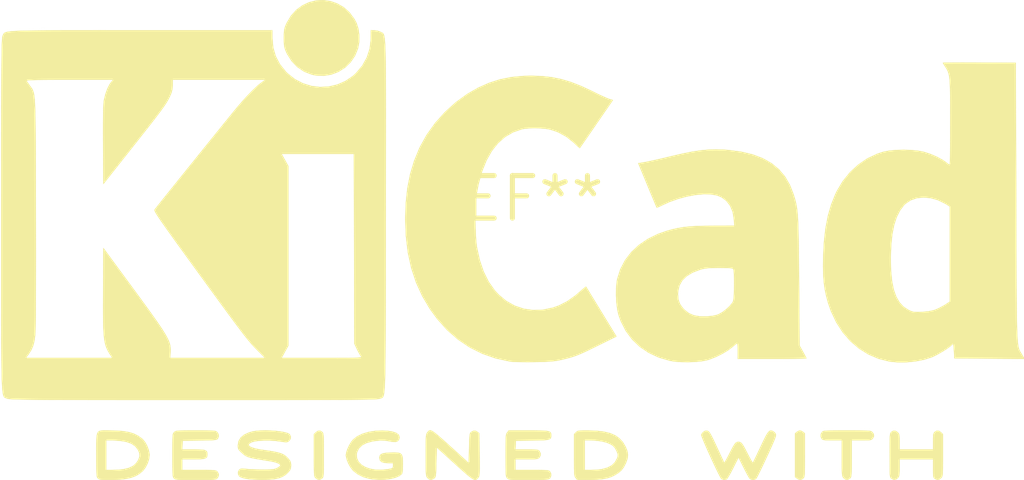
<source format=kicad_pcb>
(kicad_pcb (version 20240108) (generator pcbnew)
  (layers (0 "F.Cu" signal) (31 "B.Cu" signal) (34 "B.Paste" user) (35 "F.Paste" user) (36 "B.SilkS" user "B.Silkscreen") (37 "F.SilkS" user "F.Silkscreen") (38 "B.Mask" user) (39 "F.Mask" user) (44 "Edge.Cuts" user))
  (net 0 "")
  (footprint "KiCad-Logo2_12mm_SilkScreen" (layer "F.Cu") (at 0 0)
    (property "Reference" "REF**")
    (property "Value" "KiCad-Logo2_12mm_SilkScreen")
    (fp_poly (pts (xy 8.619647 6.930797) (xy 8.667285 6.960469) (xy 8.720824 7.003823) (xy 8.720824 7.649785) (xy 8.720653 7.838738) (xy 8.719923 7.987604) (xy 8.718305 8.101655) (xy 8.715471 8.186159) (xy 8.711092 8.246386) (xy 8.704841 8.287608) (xy 8.696389 8.315093) (xy 8.685408 8.334113) (xy 8.677621 8.343485) (xy 8.614463 8.384654) (xy 8.542543 8.382975) (xy 8.479542 8.34787) (xy 8.426002 8.304516) (xy 8.426002 7.003823) (xy 8.479542 6.960469) (xy 8.531215 6.928933) (xy 8.573413 6.917116) (xy 8.619647 6.930797)) (layer "F.SilkS") (stroke (width 0.01)) (fill solid))
    (fp_poly (pts (xy -5.66873 6.962473) (xy -5.655509 6.977687) (xy -5.645139 6.997314) (xy -5.637273 7.026611) (xy -5.631567 7.070836) (xy -5.627677 7.135247) (xy -5.625258 7.225101) (xy -5.623964 7.345657) (xy -5.623452 7.502171) (xy -5.623373 7.654169) (xy -5.623513 7.842701) (xy -5.624162 7.991133) (xy -5.625666 8.104724) (xy -5.628369 8.188732) (xy -5.632616 8.248413) (xy -5.638752 8.289025) (xy -5.647121 8.315827) (xy -5.658069 8.334076) (xy -5.66873 8.345866) (xy -5.735031 8.385403) (xy -5.805676 8.381854) (xy -5.868884 8.338734) (xy -5.883407 8.3219) (xy -5.894757 8.302367) (xy -5.903325 8.274738) (xy -5.909502 8.233612) (xy -5.913678 8.173591) (xy -5.916245 8.089274) (xy -5.917592 7.975263) (xy -5.918112 7.826157) (xy -5.918194 7.657346) (xy -5.918194 7.028447) (xy -5.862528 6.972781) (xy -5.793914 6.925948) (xy -5.727357 6.924261) (xy -5.66873 6.962473)) (layer "F.SilkS") (stroke (width 0.01)) (fill solid))
    (fp_poly (pts (xy -5.422844 -5.895156) (xy -5.217742 -5.824043) (xy -5.026785 -5.712111) (xy -4.856243 -5.559375) (xy -4.712387 -5.365849) (xy -4.647768 -5.243871) (xy -4.591842 -5.073257) (xy -4.564735 -4.876289) (xy -4.567738 -4.673795) (xy -4.601067 -4.490301) (xy -4.692162 -4.266076) (xy -4.824258 -4.071578) (xy -4.990642 -3.910633) (xy -5.184598 -3.787067) (xy -5.399414 -3.704708) (xy -5.628375 -3.667383) (xy -5.864767 -3.678918) (xy -5.981291 -3.70357) (xy -6.208385 -3.791909) (xy -6.410081 -3.92671) (xy -6.581515 -4.103817) (xy -6.71782 -4.319073) (xy -6.729352 -4.342581) (xy -6.769217 -4.430795) (xy -6.794249 -4.50509) (xy -6.807839 -4.583465) (xy -6.813382 -4.68392) (xy -6.814302 -4.793226) (xy -6.81278 -4.924552) (xy -6.805914 -5.019491) (xy -6.79025 -5.096247) (xy -6.762333 -5.173026) (xy -6.727873 -5.248777) (xy -6.599338 -5.46381) (xy -6.441052 -5.63792) (xy -6.259287 -5.771124) (xy -6.060313 -5.863434) (xy -5.8504 -5.914866) (xy -5.635821 -5.925435) (xy -5.422844 -5.895156)) (layer "F.SilkS") (stroke (width 0.01)) (fill solid))
    (fp_poly (pts (xy 10.175463 6.91731) (xy 10.333581 6.91807) (xy 10.456308 6.91966) (xy 10.548626 6.922345) (xy 10.615519 6.92639) (xy 10.661968 6.93206) (xy 10.692957 6.93962) (xy 10.713468 6.949335) (xy 10.723394 6.956803) (xy 10.774911 7.022165) (xy 10.781143 7.090028) (xy 10.749307 7.151677) (xy 10.728488 7.176312) (xy 10.706085 7.19311) (xy 10.673617 7.20357) (xy 10.622606 7.209195) (xy 10.54457 7.211483) (xy 10.43103 7.211935) (xy 10.408731 7.211937) (xy 10.115556 7.211937) (xy 10.115556 7.756223) (xy 10.115363 7.927782) (xy 10.114486 8.059789) (xy 10.112478 8.158045) (xy 10.108894 8.228356) (xy 10.103287 8.276523) (xy 10.095211 8.308351) (xy 10.084218 8.329642) (xy 10.070199 8.345866) (xy 10.004039 8.385734) (xy 9.934974 8.382592) (xy 9.87234 8.337105) (xy 9.867738 8.331468) (xy 9.852757 8.310158) (xy 9.841343 8.285225) (xy 9.833014 8.250609) (xy 9.827287 8.200253) (xy 9.823679 8.128098) (xy 9.821706 8.028086) (xy 9.820886 7.894158) (xy 9.820735 7.741825) (xy 9.820735 7.211937) (xy 9.540767 7.211937) (xy 9.420622 7.211124) (xy 9.337445 7.207956) (xy 9.282863 7.201339) (xy 9.248506 7.190179) (xy 9.226 7.173384) (xy 9.223267 7.170464) (xy 9.190406 7.10369) (xy 9.193312 7.0282) (xy 9.231092 6.962473) (xy 9.245702 6.949724) (xy 9.26454 6.939615) (xy 9.292628 6.93184) (xy 9.33499 6.926095) (xy 9.39665 6.922074) (xy 9.482632 6.919472) (xy 9.597958 6.917982) (xy 9.747652 6.917299) (xy 9.936738 6.917119) (xy 9.976972 6.917116) (xy 10.175463 6.91731)) (layer "F.SilkS") (stroke (width 0.01)) (fill solid))
    (fp_poly (pts (xy 12.718282 6.928097) (xy 12.781319 6.972781) (xy 12.836985 7.028447) (xy 12.836985 7.65008) (xy 12.836839 7.834659) (xy 12.83615 7.979383) (xy 12.834537 8.089755) (xy 12.83162 8.171276) (xy 12.827022 8.229449) (xy 12.820361 8.269777) (xy 12.811258 8.29776) (xy 12.799334 8.318903) (xy 12.789981 8.331468) (xy 12.728245 8.380835) (xy 12.657357 8.386193) (xy 12.592566 8.355919) (xy 12.571157 8.338046) (xy 12.556846 8.314305) (xy 12.548214 8.276075) (xy 12.543842 8.214733) (xy 12.54231 8.12166) (xy 12.542163 8.049758) (xy 12.542163 7.778902) (xy 11.544306 7.778902) (xy 11.544306 8.025307) (xy 11.543274 8.137982) (xy 11.539146 8.215418) (xy 11.530371 8.267708) (xy 11.515402 8.304944) (xy 11.497303 8.331468) (xy 11.435221 8.380696) (xy 11.365012 8.386525) (xy 11.297799 8.351535) (xy 11.279448 8.333193) (xy 11.266488 8.308877) (xy 11.257939 8.271001) (xy 11.252825 8.211978) (xy 11.250169 8.124222) (xy 11.248991 8.000146) (xy 11.248854 7.971669) (xy 11.247882 7.737892) (xy 11.247381 7.545228) (xy 11.247544 7.389435) (xy 11.248565 7.266271) (xy 11.250637 7.171493) (xy 11.253953 7.100859) (xy 11.258707 7.050126) (xy 11.265091 7.015052) (xy 11.2733 6.991393) (xy 11.283527 6.974909) (xy 11.294842 6.962473) (xy 11.358849 6.922694) (xy 11.425603 6.928097) (xy 11.48864 6.972781) (xy 11.514149 7.00161) (xy 11.530409 7.033455) (xy 11.539481 7.078808) (xy 11.543426 7.148166) (xy 11.544305 7.252022) (xy 11.544306 7.256264) (xy 11.544306 7.48408) (xy 12.542163 7.48408) (xy 12.542163 7.245955) (xy 12.543181 7.136251) (xy 12.547271 7.062176) (xy 12.555985 7.014027) (xy 12.570875 6.982101) (xy 12.58752 6.962473) (xy 12.651527 6.922694) (xy 12.718282 6.928097)) (layer "F.SilkS") (stroke (width 0.01)) (fill solid))
    (fp_poly (pts (xy 2.25073 6.917534) (xy 2.509841 6.926295) (xy 2.730226 6.952863) (xy 2.915519 6.998828) (xy 3.069355 7.065783) (xy 3.195366 7.155316) (xy 3.297187 7.269019) (xy 3.378451 7.408482) (xy 3.38005 7.411883) (xy 3.428549 7.536702) (xy 3.445829 7.647246) (xy 3.431825 7.758497) (xy 3.386468 7.885433) (xy 3.377866 7.904749) (xy 3.319206 8.017806) (xy 3.25328 8.105165) (xy 3.168194 8.179427) (xy 3.052054 8.253191) (xy 3.045307 8.257042) (xy 2.944204 8.305608) (xy 2.829929 8.341879) (xy 2.695141 8.367106) (xy 2.532495 8.382539) (xy 2.334649 8.389431) (xy 2.264747 8.39003) (xy 1.931884 8.391223) (xy 1.884881 8.331468) (xy 1.870938 8.311819) (xy 1.860061 8.288873) (xy 1.851871 8.257129) (xy 1.845987 8.211082) (xy 1.842031 8.145233) (xy 1.840741 8.096402) (xy 2.155377 8.096402) (xy 2.34398 8.096402) (xy 2.454345 8.093174) (xy 2.567641 8.084681) (xy 2.660625 8.072703) (xy 2.666238 8.071694) (xy 2.83139 8.027388) (xy 2.95949 7.960822) (xy 3.05459 7.868907) (xy 3.120743 7.748555) (xy 3.132247 7.716658) (xy 3.143522 7.66698) (xy 3.13864 7.6179) (xy 3.114887 7.552607) (xy 3.100569 7.520532) (xy 3.053682 7.435297) (xy 2.997191 7.375499) (xy 2.935035 7.333857) (xy 2.810532 7.279668) (xy 2.651194 7.240415) (xy 2.465573 7.217812) (xy 2.331136 7.212837) (xy 2.155377 7.211937) (xy 2.155377 8.096402) (xy 1.840741 8.096402) (xy 1.839622 8.054078) (xy 1.838381 7.932115) (xy 1.837928 7.773841) (xy 1.837877 7.65008) (xy 1.837877 7.028447) (xy 1.893543 6.972781) (xy 1.918248 6.950218) (xy 1.944961 6.934766) (xy 1.982264 6.925098) (xy 2.038743 6.919887) (xy 2.122978 6.917805) (xy 2.243555 6.917524) (xy 2.25073 6.917534)) (layer "F.SilkS") (stroke (width 0.01)) (fill solid))
    (fp_poly (pts (xy -12.092377 6.917114) (xy -12.01306 6.91792) (xy -11.780649 6.923528) (xy -11.586006 6.940185) (xy -11.422496 6.96968) (xy -11.283486 7.013797) (xy -11.162341 7.074325) (xy -11.052429 7.15305) (xy -11.013171 7.187248) (xy -10.948049 7.267265) (xy -10.889328 7.375846) (xy -10.844069 7.496203) (xy -10.819335 7.611547) (xy -10.816765 7.654169) (xy -10.83287 7.772322) (xy -10.876027 7.901382) (xy -10.938504 8.023542) (xy -11.012567 8.120992) (xy -11.024597 8.13275) (xy -11.126499 8.215394) (xy -11.238088 8.279909) (xy -11.365798 8.327983) (xy -11.516062 8.361307) (xy -11.695314 8.381572) (xy -11.909987 8.390469) (xy -12.008317 8.391223) (xy -12.13334 8.390621) (xy -12.221262 8.388104) (xy -12.280333 8.382604) (xy -12.3188 8.373055) (xy -12.344912 8.358389) (xy -12.358908 8.345866) (xy -12.372129 8.330652) (xy -12.3825 8.311025) (xy -12.390365 8.281728) (xy -12.396071 8.237503) (xy -12.399961 8.173092) (xy -12.40238 8.083237) (xy -12.403674 7.962682) (xy -12.404186 7.806167) (xy -12.404265 7.654169) (xy -12.404765 7.45144) (xy -12.404657 7.289491) (xy -12.402728 7.211937) (xy -12.109444 7.211937) (xy -12.109444 8.096402) (xy -11.922346 8.09623) (xy -11.809764 8.093001) (xy -11.691852 8.084683) (xy -11.593473 8.073048) (xy -11.59048 8.072569) (xy -11.43148 8.034127) (xy -11.308154 7.974256) (xy -11.214343 7.889058) (xy -11.154737 7.796814) (xy -11.11801 7.694489) (xy -11.120858 7.598409) (xy -11.163482 7.495419) (xy -11.246854 7.388876) (xy -11.362386 7.309927) (xy -11.512557 7.257156) (xy -11.612919 7.238481) (xy -11.726843 7.225366) (xy -11.847585 7.215873) (xy -11.950281 7.211927) (xy -11.956364 7.211908) (xy -12.109444 7.211937) (xy -12.402728 7.211937) (xy -12.401529 7.163782) (xy -12.392966 7.069771) (xy -12.376558 7.00292) (xy -12.34989 6.958686) (xy -12.310551 6.932529) (xy -12.256128 6.919909) (xy -12.184207 6.916284) (xy -12.092377 6.917114)) (layer "F.SilkS") (stroke (width 0.01)) (fill solid))
    (fp_poly (pts (xy -2.406815 6.925918) (xy -2.359473 6.95369) (xy -2.297572 6.999108) (xy -2.217903 7.064312) (xy -2.11726 7.15144) (xy -1.992432 7.262633) (xy -1.840212 7.40003) (xy -1.665962 7.557999) (xy -1.303105 7.88705) (xy -1.291765 7.445388) (xy -1.287671 7.293357) (xy -1.283722 7.18014) (xy -1.279042 7.099203) (xy -1.272759 7.044016) (xy -1.263998 7.008045) (xy -1.251886 6.984758) (xy -1.235549 6.967622) (xy -1.226887 6.960421) (xy -1.157517 6.922346) (xy -1.091507 6.927913) (xy -1.039144 6.96044) (xy -0.985605 7.003765) (xy -0.978946 7.636482) (xy -0.977103 7.822564) (xy -0.976165 7.968744) (xy -0.976457 8.080474) (xy -0.978303 8.163205) (xy -0.98203 8.222389) (xy -0.98796 8.263476) (xy -0.99642 8.291919) (xy -1.007733 8.313168) (xy -1.02028 8.330211) (xy -1.047424 8.361818) (xy -1.074433 8.382769) (xy -1.10505 8.390811) (xy -1.143023 8.383688) (xy -1.192098 8.359149) (xy -1.25602 8.314937) (xy -1.338535 8.248799) (xy -1.44339 8.158482) (xy -1.574331 8.041731) (xy -1.722658 7.907582) (xy -2.255605 7.424152) (xy -2.266944 7.86437) (xy -2.271045 8.016124) (xy -2.275005 8.129077) (xy -2.279701 8.209775) (xy -2.286013 8.264764) (xy -2.294817 8.300588) (xy -2.306992 8.323793) (xy -2.323417 8.340924) (xy -2.331823 8.347906) (xy -2.406114 8.386257) (xy -2.476312 8.380472) (xy -2.537441 8.331468) (xy -2.551425 8.311753) (xy -2.562324 8.288729) (xy -2.570521 8.256872) (xy -2.5764 8.210658) (xy -2.580344 8.144563) (xy -2.582736 8.053062) (xy -2.583959 7.930634) (xy -2.584398 7.771752) (xy -2.584444 7.654169) (xy -2.584297 7.470256) (xy -2.583599 7.326175) (xy -2.581967 7.216403) (xy -2.579019 7.135416) (xy -2.574369 7.077691) (xy -2.567637 7.037704) (xy -2.558437 7.00993) (xy -2.546386 6.988846) (xy -2.537441 6.976871) (xy -2.514766 6.948503) (xy -2.493575 6.927085) (xy -2.470658 6.914755) (xy -2.442808 6.913653) (xy -2.406815 6.925918)) (layer "F.SilkS") (stroke (width 0.01)) (fill solid))
    (fp_poly (pts (xy -3.712553 6.928229) (xy -3.574908 6.951325) (xy -3.469194 6.987228) (xy -3.40042 7.034501) (xy -3.381679 7.061471) (xy -3.362621 7.124198) (xy -3.375446 7.180945) (xy -3.415933 7.234758) (xy -3.478842 7.259933) (xy -3.570123 7.257888) (xy -3.640724 7.244249) (xy -3.797606 7.218263) (xy -3.957934 7.215793) (xy -4.137389 7.236886) (xy -4.186958 7.245823) (xy -4.353823 7.292869) (xy -4.484366 7.362852) (xy -4.577156 7.454579) (xy -4.630761 7.566857) (xy -4.641848 7.624905) (xy -4.634591 7.742676) (xy -4.587739 7.846873) (xy -4.505562 7.935465) (xy -4.392329 8.006421) (xy -4.252309 8.05771) (xy -4.089771 8.087302) (xy -3.908985 8.093166) (xy -3.714218 8.073271) (xy -3.703221 8.071395) (xy -3.625754 8.056966) (xy -3.582802 8.043029) (xy -3.564185 8.022349) (xy -3.559724 7.987693) (xy -3.559623 7.969341) (xy -3.559623 7.892294) (xy -3.697185 7.892294) (xy -3.818662 7.883973) (xy -3.901561 7.857455) (xy -3.949794 7.810412) (xy -3.967276 7.740513) (xy -3.96749 7.73139) (xy -3.957261 7.671645) (xy -3.922188 7.628984) (xy -3.85691 7.600752) (xy -3.75607 7.584294) (xy -3.658395 7.578243) (xy -3.516431 7.574771) (xy -3.413457 7.580069) (xy -3.343227 7.599616) (xy -3.299494 7.638896) (xy -3.27601 7.703389) (xy -3.266529 7.798577) (xy -3.264801 7.923598) (xy -3.267632 8.063146) (xy -3.276147 8.15807) (xy -3.290386 8.208747) (xy -3.293149 8.212716) (xy -3.37133 8.276039) (xy -3.485955 8.326185) (xy -3.62976 8.362085) (xy -3.795476 8.382667) (xy -3.975838 8.38686) (xy -4.163578 8.373592) (xy -4.273998 8.357295) (xy -4.447188 8.308274) (xy -4.608154 8.228133) (xy -4.742924 8.124121) (xy -4.763408 8.103332) (xy -4.829961 8.015936) (xy -4.890011 7.907621) (xy -4.936544 7.794063) (xy -4.962543 7.69094) (xy -4.965676 7.651334) (xy -4.952336 7.568717) (xy -4.91688 7.465926) (xy -4.866111 7.357729) (xy -4.806832 7.258892) (xy -4.754459 7.192875) (xy -4.632006 7.094675) (xy -4.473712 7.016515) (xy -4.285249 6.960162) (xy -4.07229 6.927386) (xy -3.877123 6.919377) (xy -3.712553 6.928229)) (layer "F.SilkS") (stroke (width 0.01)) (fill solid))
    (fp_poly (pts (xy 0.667763 6.917503) (xy 0.821162 6.91934) (xy 0.938715 6.923634) (xy 1.025176 6.931395) (xy 1.0853 6.943633) (xy 1.12384 6.961358) (xy 1.145552 6.985579) (xy 1.15519 7.017305) (xy 1.157508 7.057546) (xy 1.15752 7.062298) (xy 1.155508 7.107814) (xy 1.145995 7.142992) (xy 1.123771 7.169251) (xy 1.083622 7.188012) (xy 1.020336 7.200696) (xy 0.928702 7.208722) (xy 0.803507 7.213512) (xy 0.639539 7.216484) (xy 0.589283 7.217143) (xy 0.102967 7.223277) (xy 0.096165 7.353678) (xy 0.089364 7.48408) (xy 0.427159 7.48408) (xy 0.559127 7.484567) (xy 0.653357 7.486626) (xy 0.717465 7.491155) (xy 0.759064 7.499053) (xy 0.78577 7.511218) (xy 0.805198 7.528548) (xy 0.805322 7.528686) (xy 0.840557 7.596224) (xy 0.839283 7.669221) (xy 0.802304 7.731448) (xy 0.794985 7.737844) (xy 0.76901 7.754328) (xy 0.733417 7.765796) (xy 0.680273 7.773111) (xy 0.601648 7.777138) (xy 0.48961 7.77874) (xy 0.417954 7.778902) (xy 0.091627 7.778902) (xy 0.091627 8.096402) (xy 0.587041 8.096402) (xy 0.750606 8.096688) (xy 0.874817 8.097857) (xy 0.965675 8.100377) (xy 1.02918 8.104715) (xy 1.071333 8.111337) (xy 1.098136 8.12071) (xy 1.115589 8.133302) (xy 1.119987 8.137875) (xy 1.15246 8.201249) (xy 1.154836 8.273347) (xy 1.128195 8.335858) (xy 1.107117 8.355919) (xy 1.08519 8.366963) (xy 1.051215 8.375508) (xy 0.999818 8.381852) (xy 0.925625 8.386295) (xy 0.823261 8.389136) (xy 0.687353 8.390675) (xy 0.512525 8.39121) (xy 0.473 8.391223) (xy 0.295244 8.391107) (xy 0.157262 8.390465) (xy 0.053476 8.388857) (xy -0.021697 8.385844) (xy -0.073839 8.380986) (xy -0.108529 8.373844) (xy -0.13135 8.363977) (xy -0.147883 8.350946) (xy -0.156953 8.341589) (xy -0.170606 8.325017) (xy -0.181272 8.304487) (xy -0.18932 8.274616) (xy -0.195116 8.230021) (xy -0.199027 8.165317) (xy -0.201423 8.07512) (xy -0.20267 7.954047) (xy -0.203136 7.796713) (xy -0.203194 7.664291) (xy -0.203051 7.478735) (xy -0.202374 7.333065) (xy -0.200788 7.221811) (xy -0.197919 7.139501) (xy -0.193393 7.080666) (xy -0.186836 7.039834) (xy -0.177874 7.011535) (xy -0.166133 6.990298) (xy -0.156191 6.976871) (xy -0.109188 6.917116) (xy 0.473763 6.917116) (xy 0.667763 6.917503)) (layer "F.SilkS") (stroke (width 0.01)) (fill solid))
    (fp_poly (pts (xy -9.262646 6.917275) (xy -9.12321 6.918023) (xy -9.017963 6.919763) (xy -8.941324 6.9229) (xy -8.88771 6.927836) (xy -8.851537 6.934976) (xy -8.827221 6.944724) (xy -8.809181 6.957484) (xy -8.802649 6.963356) (xy -8.762922 7.02575) (xy -8.755769 7.097441) (xy -8.781903 7.161087) (xy -8.793987 7.17395) (xy -8.813532 7.186421) (xy -8.845003 7.196043) (xy -8.894236 7.203282) (xy -8.967066 7.208606) (xy -9.069329 7.212485) (xy -9.206862 7.215387) (xy -9.332603 7.217152) (xy -9.830248 7.223277) (xy -9.837049 7.353678) (xy -9.84385 7.48408) (xy -9.506055 7.48408) (xy -9.359406 7.485345) (xy -9.252044 7.490637) (xy -9.177937 7.502201) (xy -9.131049 7.522281) (xy -9.105347 7.553121) (xy -9.094796 7.596967) (xy -9.093194 7.63766) (xy -9.098173 7.687591) (xy -9.116964 7.724383) (xy -9.155347 7.749958) (xy -9.2191 7.766239) (xy -9.314004 7.775149) (xy -9.445838 7.77861) (xy -9.517794 7.778902) (xy -9.841587 7.778902) (xy -9.841587 8.096402) (xy -9.342658 8.096402) (xy -9.179113 8.096629) (xy -9.054817 8.097652) (xy -8.963666 8.099979) (xy -8.899552 8.104118) (xy -8.85637 8.11058) (xy -8.828013 8.119871) (xy -8.808375 8.132502) (xy -8.798373 8.141759) (xy -8.764062 8.195786) (xy -8.753015 8.243812) (xy -8.768789 8.302474) (xy -8.798373 8.345866) (xy -8.814156 8.359526) (xy -8.834531 8.370133) (xy -8.864978 8.378071) (xy -8.910977 8.383726) (xy -8.97801 8.387482) (xy -9.071558 8.389723) (xy -9.1971 8.390834) (xy -9.360118 8.391199) (xy -9.444712 8.391223) (xy -9.625868 8.391063) (xy -9.767148 8.390325) (xy -9.874032 8.388627) (xy -9.952002 8.385582) (xy -10.006539 8.380806) (xy -10.043122 8.373915) (xy -10.067233 8.364524) (xy -10.084353 8.352248) (xy -10.091051 8.345866) (xy -10.104308 8.330605) (xy -10.114699 8.310916) (xy -10.122571 8.281524) (xy -10.128273 8.237153) (xy -10.132152 8.172526) (xy -10.134557 8.082367) (xy -10.135836 7.961401) (xy -10.136335 7.804351) (xy -10.136408 7.658123) (xy -10.136341 7.470857) (xy -10.13587 7.323651) (xy -10.134593 7.211205) (xy -10.132109 7.128222) (xy -10.128016 7.069403) (xy -10.121911 7.02945) (xy -10.113392 7.003064) (xy -10.102058 6.984948) (xy -10.087505 6.969803) (xy -10.08392 6.966426) (xy -10.066521 6.951478) (xy -10.046305 6.939903) (xy -10.017664 6.931268) (xy -9.974989 6.925145) (xy -9.912675 6.921102) (xy -9.825112 6.918709) (xy -9.706693 6.917534) (xy -9.551811 6.917148) (xy -9.441857 6.917116) (xy -9.262646 6.917275)) (layer "F.SilkS") (stroke (width 0.01)) (fill solid))
    (fp_poly (pts (xy 7.727785 6.921068) (xy 7.767139 6.935132) (xy 7.768658 6.93582) (xy 7.8221 6.976604) (xy 7.851545 7.018555) (xy 7.857307 7.038224) (xy 7.857022 7.06436) (xy 7.848915 7.101591) (xy 7.831208 7.154551) (xy 7.802124 7.227868) (xy 7.759887 7.326174) (xy 7.70272 7.454099) (xy 7.628846 7.616275) (xy 7.588184 7.704916) (xy 7.514759 7.863158) (xy 7.445831 8.00868) (xy 7.384032 8.13616) (xy 7.331991 8.240279) (xy 7.292341 8.315716) (xy 7.267711 8.357151) (xy 7.262837 8.362875) (xy 7.200478 8.388125) (xy 7.13004 8.384743) (xy 7.073548 8.354033) (xy 7.071246 8.351535) (xy 7.048774 8.317515) (xy 7.011078 8.251251) (xy 6.962806 8.161272) (xy 6.908608 8.056109) (xy 6.88913 8.017356) (xy 6.742102 7.722863) (xy 6.581843 8.042772) (xy 6.524641 8.153306) (xy 6.471571 8.249167) (xy 6.426969 8.323016) (xy 6.39517 8.367516) (xy 6.384393 8.376952) (xy 6.300626 8.389732) (xy 6.231504 8.362875) (xy 6.211171 8.334172) (xy 6.175986 8.270381) (xy 6.128819 8.177779) (xy 6.07254 8.062643) (xy 6.010019 7.931249) (xy 5.944127 7.789875) (xy 5.877734 7.644797) (xy 5.81371 7.502293) (xy 5.754926 7.36864) (xy 5.704252 7.250114) (xy 5.664558 7.152992) (xy 5.638715 7.083552) (xy 5.629592 7.04807) (xy 5.629685 7.046785) (xy 5.651881 7.002137) (xy 5.696246 6.956663) (xy 5.698859 6.954685) (xy 5.753386 6.923863) (xy 5.803821 6.924161) (xy 5.822724 6.929972) (xy 5.845759 6.94253) (xy 5.87022 6.967234) (xy 5.899042 7.009207) (xy 5.93516 7.073575) (xy 5.981508 7.165463) (xy 6.041019 7.289994) (xy 6.094687 7.404946) (xy 6.156432 7.538195) (xy 6.21176 7.658023) (xy 6.257797 7.758171) (xy 6.29167 7.832378) (xy 6.310502 7.874384) (xy 6.313249 7.880955) (xy 6.325602 7.870213) (xy 6.353993 7.825236) (xy 6.394645 7.752588) (xy 6.443779 7.658834) (xy 6.463331 7.620152) (xy 6.529565 7.489535) (xy 6.580644 7.394411) (xy 6.62076 7.329252) (xy 6.654104 7.288525) (xy 6.684869 7.266701) (xy 6.717245 7.258249) (xy 6.738344 7.257294) (xy 6.775562 7.260592) (xy 6.808176 7.274232) (xy 6.840582 7.303834) (xy 6.877176 7.355016) (xy 6.922354 7.433398) (xy 6.980512 7.5446) (xy 7.0126 7.607858) (xy 7.064648 7.708675) (xy 7.110044 7.79228) (xy 7.14478 7.85162) (xy 7.164853 7.879639) (xy 7.167583 7.880806) (xy 7.180546 7.858754) (xy 7.209569 7.801493) (xy 7.251745 7.715016) (xy 7.304168 7.605316) (xy 7.363931 7.478386) (xy 7.393329 7.415339) (xy 7.469808 7.25263) (xy 7.531392 7.127429) (xy 7.581278 7.035651) (xy 7.622663 6.97321) (xy 7.658744 6.936023) (xy 7.692719 6.920004) (xy 7.727785 6.921068)) (layer "F.SilkS") (stroke (width 0.01)) (fill solid))
    (fp_poly (pts (xy -7.211346 6.919696) (xy -7.061048 6.930203) (xy -6.921263 6.946614) (xy -6.800117 6.96831) (xy -6.705734 6.994673) (xy -6.646241 7.025087) (xy -6.637109 7.03404) (xy -6.605355 7.103511) (xy -6.614984 7.174831) (xy -6.664237 7.23585) (xy -6.666587 7.237598) (xy -6.695557 7.256399) (xy -6.725799 7.266285) (xy -6.767981 7.267486) (xy -6.832772 7.26023) (xy -6.930841 7.244747) (xy -6.93873 7.243444) (xy -7.084857 7.225492) (xy -7.242514 7.216636) (xy -7.400636 7.21655) (xy -7.54816 7.224908) (xy -7.67402 7.241382) (xy -7.767152 7.265646) (xy -7.773271 7.268085) (xy -7.840835 7.30594) (xy -7.864573 7.34425) (xy -7.84599 7.381927) (xy -7.786591 7.417883) (xy -7.687881 7.451029) (xy -7.551365 7.480277) (xy -7.460337 7.494359) (xy -7.271118 7.521446) (xy -7.120625 7.546207) (xy -7.002446 7.570786) (xy -6.910171 7.597328) (xy -6.83739 7.627976) (xy -6.77769 7.664875) (xy -6.724662 7.710168) (xy -6.682049 7.754646) (xy -6.631494 7.816618) (xy -6.606615 7.869907) (xy -6.598834 7.935562) (xy -6.598551 7.959606) (xy -6.604395 8.039394) (xy -6.627751 8.098753) (xy -6.668173 8.151439) (xy -6.750324 8.231977) (xy -6.841932 8.293397) (xy -6.949804 8.337702) (xy -7.080745 8.366895) (xy -7.241564 8.382979) (xy -7.439066 8.387956) (xy -7.471676 8.387872) (xy -7.603381 8.385142) (xy -7.733995 8.378939) (xy -7.849281 8.370153) (xy -7.935 8.359673) (xy -7.941933 8.35847) (xy -8.027159 8.338281) (xy -8.099447 8.312778) (xy -8.14037 8.289462) (xy -8.178454 8.227952) (xy -8.181105 8.156325) (xy -8.148275 8.092494) (xy -8.14093 8.085276) (xy -8.110568 8.06383) (xy -8.072598 8.05459) (xy -8.013832 8.056163) (xy -7.942492 8.064336) (xy -7.862777 8.071637) (xy -7.751029 8.077797) (xy -7.620572 8.082267) (xy -7.484726 8.084499) (xy -7.448998 8.084646) (xy -7.312646 8.084096) (xy -7.212856 8.081449) (xy -7.140848 8.075786) (xy -7.08784 8.066189) (xy -7.045053 8.05174) (xy -7.01934 8.039705) (xy -6.962837 8.006288) (xy -6.926813 7.976024) (xy -6.921548 7.967445) (xy -6.932655 7.932019) (xy -6.985457 7.897724) (xy -7.076296 7.866117) (xy -7.201512 7.838754) (xy -7.238404 7.832659) (xy -7.431098 7.802393) (xy -7.584884 7.777096) (xy -7.705697 7.754929) (xy -7.799475 7.734053) (xy -7.872151 7.71263) (xy -7.929663 7.688822) (xy -7.977945 7.660791) (xy -8.022933 7.626698) (xy -8.070563 7.584705) (xy -8.086591 7.569982) (xy -8.142786 7.515037) (xy -8.172532 7.471504) (xy -8.184169 7.421688) (xy -8.186051 7.358912) (xy -8.165331 7.235808) (xy -8.103409 7.131214) (xy -8.000639 7.045468) (xy -7.857378 6.978907) (xy -7.755158 6.949052) (xy -7.644063 6.92977) (xy -7.510979 6.918862) (xy -7.364032 6.91571) (xy -7.211346 6.919696)) (layer "F.SilkS") (stroke (width 0.01)) (fill solid))
    (fp_poly (pts (xy 0.875193 -3.659223) (xy 1.169706 -3.626981) (xy 1.455039 -3.569271) (xy 1.7428 -3.483083) (xy 2.044596 -3.365407) (xy 2.372034 -3.213233) (xy 2.431001 -3.183757) (xy 2.566324 -3.11709) (xy 2.693951 -3.057061) (xy 2.801287 -3.009401) (xy 2.875736 -2.979845) (xy 2.887173 -2.976124) (xy 2.996774 -2.943286) (xy 2.506155 -2.229547) (xy 2.386206 -2.055105) (xy 2.276539 -1.89573) (xy 2.180883 -1.756832) (xy 2.102969 -1.643822) (xy 2.046525 -1.56211) (xy 2.015281 -1.517109) (xy 2.010205 -1.509982) (xy 1.989588 -1.524883) (xy 1.938839 -1.56968) (xy 1.867034 -1.636235) (xy 1.827406 -1.673853) (xy 1.602882 -1.852432) (xy 1.350726 -1.988132) (xy 1.13344 -2.062463) (xy 1.003007 -2.085807) (xy 0.839693 -2.100033) (xy 0.662707 -2.104876) (xy 0.491256 -2.100074) (xy 0.344548 -2.085362) (xy 0.286007 -2.074095) (xy 0.022147 -1.983315) (xy -0.215622 -1.844704) (xy -0.427124 -1.658515) (xy -0.612184 -1.425001) (xy -0.770625 -1.144416) (xy -0.902271 -0.817013) (xy -1.006946 -0.443045) (xy -1.069155 -0.122903) (xy -1.085386 0.018426) (xy -1.096444 0.201004) (xy -1.102437 0.411709) (xy -1.103473 0.637422) (xy -1.099657 0.865022) (xy -1.091097 1.081389) (xy -1.077899 1.273402) (xy -1.06017 1.427943) (xy -1.056333 1.451786) (xy -0.971749 1.83586) (xy -0.856505 2.175783) (xy -0.709897 2.473078) (xy -0.531226 2.729268) (xy -0.4044 2.867775) (xy -0.176475 3.055828) (xy 0.073488 3.19522) (xy 0.34127 3.285195) (xy 0.622656 3.324994) (xy 0.913429 3.313857) (xy 1.209373 3.251026) (xy 1.38434 3.189547) (xy 1.626466 3.066436) (xy 1.87602 2.889837) (xy 2.015809 2.770412) (xy 2.094301 2.701291) (xy 2.15597 2.650579) (xy 2.191072 2.626144) (xy 2.19543 2.625398) (xy 2.211097 2.650367) (xy 2.251692 2.716348) (xy 2.313757 2.817685) (xy 2.393833 2.948721) (xy 2.488462 3.1038) (xy 2.594186 3.277265) (xy 2.653033 3.373896) (xy 3.102526 4.112201) (xy 2.541317 4.389549) (xy 2.338404 4.489172) (xy 2.174027 4.567729) (xy 2.038139 4.629122) (xy 1.920691 4.677253) (xy 1.811636 4.716023) (xy 1.700926 4.749333) (xy 1.578513 4.781086) (xy 1.461182 4.808969) (xy 1.356895 4.830546) (xy 1.247832 4.846851) (xy 1.123073 4.858791) (xy 0.971703 4.86727) (xy 0.782801 4.873192) (xy 0.655483 4.875749) (xy 0.473823 4.877494) (xy 0.299633 4.876614) (xy 0.144443 4.87336) (xy 0.019777 4.867984) (xy -0.062834 4.860735) (xy -0.06773 4.860012) (xy -0.496709 4.767205) (xy -0.899551 4.626449) (xy -1.276112 4.437839) (xy -1.626252 4.201466) (xy -1.949828 3.917424) (xy -2.2467 3.585805) (xy -2.461701 3.291075) (xy -2.690589 2.905298) (xy -2.875611 2.497895) (xy -3.017662 2.0656) (xy -3.117636 1.605146) (xy -3.176428 1.113267) (xy -3.194951 0.613799) (xy -3.179717 0.130634) (xy -3.131844 -0.315158) (xy -3.049811 -0.731095) (xy -2.932097 -1.124696) (xy -2.777181 -1.503482) (xy -2.758683 -1.542725) (xy -2.554894 -1.90956) (xy -2.304598 -2.25864) (xy -2.014885 -2.58274) (xy -1.692846 -2.874634) (xy -1.345574 -3.127096) (xy -1.021987 -3.312286) (xy -0.695096 -3.45733) (xy -0.367511 -3.562397) (xy -0.026552 -3.630347) (xy 0.340465 -3.66404) (xy 0.559892 -3.669008) (xy 0.875193 -3.659223)) (layer "F.SilkS") (stroke (width 0.01)) (fill solid))
    (fp_poly (pts (xy 13.610967 -4.064382) (xy 13.843254 -4.063429) (xy 13.922204 -4.062948) (xy 15.007849 -4.055807) (xy 15.021505 0.109247) (xy 15.023308 0.674041) (xy 15.024908 1.186864) (xy 15.026406 1.650371) (xy 15.027906 2.067214) (xy 15.029509 2.440045) (xy 15.03132 2.771519) (xy 15.03344 3.064286) (xy 15.035972 3.321002) (xy 15.03902 3.544318) (xy 15.042685 3.736887) (xy 15.047071 3.901363) (xy 15.05228 4.040398) (xy 15.058416 4.156644) (xy 15.06558 4.252756) (xy 15.073875 4.331386) (xy 15.083405 4.395187) (xy 15.094272 4.446811) (xy 15.106579 4.488912) (xy 15.120428 4.524143) (xy 15.135923 4.555156) (xy 15.153165 4.584604) (xy 15.172258 4.615141) (xy 15.193305 4.649418) (xy 15.197619 4.65672) (xy 15.269996 4.780221) (xy 14.223976 4.773068) (xy 13.177956 4.765914) (xy 13.164301 4.536142) (xy 13.156865 4.425873) (xy 13.149117 4.362122) (xy 13.138603 4.336827) (xy 13.122872 4.341922) (xy 13.109677 4.356498) (xy 13.052197 4.409591) (xy 12.958513 4.477837) (xy 12.841825 4.55308) (xy 12.715331 4.627167) (xy 12.592231 4.691943) (xy 12.497713 4.734561) (xy 12.276274 4.804595) (xy 12.022207 4.854204) (xy 11.754266 4.881494) (xy 11.491211 4.884569) (xy 11.251795 4.861532) (xy 11.247853 4.860873) (xy 10.920253 4.778669) (xy 10.613587 4.6477) (xy 10.330814 4.47078) (xy 10.074892 4.250726) (xy 9.848778 3.990351) (xy 9.65543 3.692472) (xy 9.497806 3.359904) (xy 9.411984 3.113548) (xy 9.355389 2.907445) (xy 9.313418 2.707867) (xy 9.284789 2.50269) (xy 9.268218 2.279791) (xy 9.262423 2.027045) (xy 9.264989 1.820662) (xy 11.280325 1.820662) (xy 11.289862 2.166732) (xy 11.319946 2.464467) (xy 11.371503 2.71651) (xy 11.445458 2.925502) (xy 11.542738 3.094086) (xy 11.664266 3.224906) (xy 11.804546 3.317385) (xy 11.87754 3.351909) (xy 11.940847 3.372607) (xy 12.011427 3.382077) (xy 12.106242 3.382915) (xy 12.208387 3.379228) (xy 12.409261 3.36151) (xy 12.568134 3.326813) (xy 12.618064 3.309433) (xy 12.732075 3.258102) (xy 12.852323 3.193643) (xy 12.904838 3.161376) (xy 13.041397 3.071805) (xy 13.041397 0.232706) (xy 12.891182 0.142665) (xy 12.681692 0.040923) (xy 12.467658 -0.019249) (xy 12.256909 -0.038204) (xy 12.057273 -0.016299) (xy 11.876577 0.046113) (xy 11.722649 0.148676) (xy 11.672981 0.197906) (xy 11.553262 0.359211) (xy 11.456364 0.554471) (xy 11.381477 0.787031) (xy 11.327793 1.060239) (xy 11.2945 1.377441) (xy 11.280789 1.741984) (xy 11.280325 1.820662) (xy 9.264989 1.820662) (xy 9.266058 1.734756) (xy 9.289082 1.285158) (xy 9.335378 0.879628) (xy 9.406164 0.512257) (xy 9.502661 0.177137) (xy 9.626087 -0.131637) (xy 9.670131 -0.223178) (xy 9.84754 -0.521704) (xy 10.06193 -0.786993) (xy 10.308259 -1.014763) (xy 10.581487 -1.200732) (xy 10.876574 -1.340618) (xy 11.053459 -1.398322) (xy 11.227178 -1.432578) (xy 11.436205 -1.452959) (xy 11.663014 -1.459475) (xy 11.890084 -1.452134) (xy 12.099892 -1.430945) (xy 12.268352 -1.397705) (xy 12.468857 -1.332518) (xy 12.663195 -1.248693) (xy 12.833224 -1.15472) (xy 12.923721 -1.090942) (xy 12.986144 -1.043516) (xy 13.029853 -1.014639) (xy 13.039796 -1.010538) (xy 13.042879 -1.036959) (xy 13.045753 -1.112661) (xy 13.048355 -1.232302) (xy 13.050621 -1.390538) (xy 13.052488 -1.582027) (xy 13.053891 -1.801426) (xy 13.054767 -2.043393) (xy 13.055053 -2.289853) (xy 13.054894 -2.605524) (xy 13.054108 -2.871663) (xy 13.052238 -3.093359) (xy 13.048825 -3.275704) (xy 13.043409 -3.423788) (xy 13.035531 -3.542701) (xy 13.024733 -3.637535) (xy 13.010555 -3.71338) (xy 12.992539 -3.775326) (xy 12.970225 -3.828464) (xy 12.943154 -3.877885) (xy 12.910867 -3.928679) (xy 12.906713 -3.934969) (xy 12.865071 -4.000755) (xy 12.839929 -4.045992) (xy 12.836559 -4.055534) (xy 12.862903 -4.058545) (xy 12.938069 -4.060994) (xy 13.056257 -4.062842) (xy 13.211669 -4.064049) (xy 13.398506 -4.064576) (xy 13.610967 -4.064382)) (layer "F.SilkS") (stroke (width 0.01)) (fill solid))
    (fp_poly (pts (xy 6.300951 -1.463632) (xy 6.436272 -1.453389) (xy 6.823442 -1.401878) (xy 7.166321 -1.319717) (xy 7.46658 -1.205778) (xy 7.725888 -1.058928) (xy 7.945916 -0.878038) (xy 8.128334 -0.661978) (xy 8.274811 -0.409616) (xy 8.381771 -0.136559) (xy 8.408921 -0.049459) (xy 8.432564 0.032107) (xy 8.452977 0.112529) (xy 8.470439 0.196199) (xy 8.48523 0.287508) (xy 8.497627 0.390847) (xy 8.507911 0.510609) (xy 8.516358 0.651183) (xy 8.523248 0.816962) (xy 8.528861 1.012336) (xy 8.533473 1.241698) (xy 8.537365 1.509437) (xy 8.540815 1.819947) (xy 8.544102 2.177618) (xy 8.546451 2.458064) (xy 8.562258 4.383548) (xy 8.664677 4.568843) (xy 8.713175 4.658111) (xy 8.749266 4.727448) (xy 8.766483 4.764354) (xy 8.767096 4.766854) (xy 8.74078 4.769715) (xy 8.665811 4.772351) (xy 8.548161 4.774689) (xy 8.3938 4.776653) (xy 8.2087 4.77817) (xy 7.998832 4.779165) (xy 7.770167 4.779565) (xy 7.742903 4.77957) (xy 6.718709 4.77957) (xy 6.718709 4.547419) (xy 6.716963 4.442507) (xy 6.712302 4.362271) (xy 6.705596 4.319251) (xy 6.702632 4.315269) (xy 6.675523 4.33195) (xy 6.619731 4.375731) (xy 6.547215 4.437216) (xy 6.545589 4.438638) (xy 6.413257 4.53716) (xy 6.246133 4.636089) (xy 6.0631 4.725706) (xy 5.883043 4.796293) (xy 5.803763 4.820414) (xy 5.645991 4.851051) (xy 5.452397 4.870602) (xy 5.240704 4.878787) (xy 5.028632 4.875327) (xy 4.833904 4.859945) (xy 4.697634 4.837811) (xy 4.363454 4.739676) (xy 4.062603 4.599819) (xy 3.797039 4.419974) (xy 3.568721 4.201876) (xy 3.379606 3.947261) (xy 3.231653 3.657864) (xy 3.167825 3.482258) (xy 3.127823 3.311576) (xy 3.101313 3.106678) (xy 3.089047 2.886464) (xy 3.08945 2.85442) (xy 4.936612 2.85442) (xy 4.95193 3.018053) (xy 5.002935 3.154042) (xy 5.097204 3.280208) (xy 5.133411 3.317203) (xy 5.26212 3.417221) (xy 5.410885 3.481294) (xy 5.589113 3.512309) (xy 5.776798 3.514593) (xy 5.954814 3.499514) (xy 6.091112 3.470021) (xy 6.150306 3.447869) (xy 6.256995 3.387496) (xy 6.370037 3.302589) (xy 6.473175 3.207295) (xy 6.550151 3.11576) (xy 6.570591 3.082181) (xy 6.586481 3.035157) (xy 6.597778 2.960333) (xy 6.605009 2.85056) (xy 6.6087 2.698692) (xy 6.609462 2.554155) (xy 6.608946 2.385644) (xy 6.60686 2.263799) (xy 6.602402 2.180666) (xy 6.594765 2.128292) (xy 6.583146 2.098726) (xy 6.56674 2.084013) (xy 6.561666 2.08167) (xy 6.51757 2.074453) (xy 6.4306 2.06855) (xy 6.3125 2.064493) (xy 6.175014 2.062815) (xy 6.145161 2.062813) (xy 5.961386 2.065746) (xy 5.819407 2.074469) (xy 5.706591 2.090177) (xy 5.613402 2.113118) (xy 5.382246 2.200535) (xy 5.200973 2.30801) (xy 5.068014 2.437262) (xy 4.981801 2.59001) (xy 4.940762 2.767972) (xy 4.936612 2.85442) (xy 3.08945 2.85442) (xy 3.091776 2.669834) (xy 3.110252 2.475689) (xy 3.124664 2.397252) (xy 3.21669 2.106017) (xy 3.356623 1.838054) (xy 3.541823 1.595932) (xy 3.769648 1.382221) (xy 4.037457 1.199492) (xy 4.342607 1.050314) (xy 4.602043 0.959727) (xy 4.775434 0.912136) (xy 4.941282 0.875155) (xy 5.110329 0.847585) (xy 5.293317 0.828224) (xy 5.500989 0.815871) (xy 5.744087 0.809326) (xy 5.963872 0.807483) (xy 6.615594 0.805699) (xy 6.603109 0.609798) (xy 6.567657 0.397243) (xy 6.492241 0.214543) (xy 6.380073 0.066262) (xy 6.234364 -0.04304) (xy 6.106064 -0.096376) (xy 5.922235 -0.12999) (xy 5.703394 -0.134817) (xy 5.4598 -0.112637) (xy 5.20171 -0.065228) (xy 4.939385 0.005629) (xy 4.683082 0.098155) (xy 4.496824 0.182778) (xy 4.407211 0.226231) (xy 4.338858 0.25658) (xy 4.304097 0.268423) (xy 4.302211 0.268043) (xy 4.290215 0.241518) (xy 4.260262 0.17121) (xy 4.21517 0.063855) (xy 4.157757 -0.07381) (xy 4.090842 -0.235051) (xy 4.022824 -0.399605) (xy 3.750897 -1.058672) (xy 3.944319 -1.090441) (xy 4.028154 -1.106381) (xy 4.154183 -1.133153) (xy 4.311608 -1.168327) (xy 4.489633 -1.209472) (xy 4.677463 -1.254158) (xy 4.752258 -1.272317) (xy 5.075838 -1.347369) (xy 5.359132 -1.403638) (xy 5.612715 -1.442262) (xy 5.847162 -1.464377) (xy 6.073049 -1.471122) (xy 6.300951 -1.463632)) (layer "F.SilkS") (stroke (width 0.01)) (fill solid))
    (fp_poly (pts (xy -11.847446 -5.025459) (xy -11.321244 -5.025387) (xy -11.076303 -5.025377) (xy -7.155699 -5.025377) (xy -7.155699 -4.794266) (xy -7.131032 -4.513024) (xy -7.056584 -4.253641) (xy -6.931686 -4.014576) (xy -6.75567 -3.794286) (xy -6.696118 -3.73479) (xy -6.481895 -3.566029) (xy -6.24569 -3.442948) (xy -5.994517 -3.36549) (xy -5.735393 -3.333601) (xy -5.475333 -3.347224) (xy -5.221353 -3.406303) (xy -4.980469 -3.510783) (xy -4.759696 -3.660607) (xy -4.660543 -3.750999) (xy -4.475773 -3.972624) (xy -4.340284 -4.216339) (xy -4.255256 -4.479357) (xy -4.221872 -4.758894) (xy -4.221428 -4.786394) (xy -4.219678 -5.025368) (xy -4.114645 -5.025372) (xy -4.02147 -5.012727) (xy -3.936356 -4.98196) (xy -3.930731 -4.978781) (xy -3.911508 -4.968806) (xy -3.893855 -4.961038) (xy -3.877708 -4.953213) (xy -3.863005 -4.94307) (xy -3.849681 -4.928345) (xy -3.837672 -4.906775) (xy -3.826915 -4.876099) (xy -3.817346 -4.834053) (xy -3.808901 -4.778374) (xy -3.801516 -4.706801) (xy -3.795127 -4.61707) (xy -3.789671 -4.506918) (xy -3.785084 -4.374084) (xy -3.781302 -4.216304) (xy -3.77826 -4.031316) (xy -3.775897 -3.816856) (xy -3.774147 -3.570663) (xy -3.772947 -3.290473) (xy -3.772232 -2.974025) (xy -3.77194 -2.619054) (xy -3.772007 -2.2233) (xy -3.772368 -1.784498) (xy -3.77296 -1.300386) (xy -3.773719 -0.768702) (xy -3.774581 -0.187183) (xy -3.775482 0.446433) (xy -3.775587 0.523629) (xy -3.776395 1.161287) (xy -3.777081 1.746582) (xy -3.777717 2.281778) (xy -3.778376 2.769136) (xy -3.779131 3.210917) (xy -3.780053 3.609382) (xy -3.781216 3.966795) (xy -3.782693 4.285415) (xy -3.784555 4.567506) (xy -3.786876 4.815328) (xy -3.789729 5.031143) (xy -3.793185 5.217213) (xy -3.797318 5.3758) (xy -3.8022 5.509164) (xy -3.807904 5.619569) (xy -3.814502 5.709275) (xy -3.822068 5.780544) (xy -3.830673 5.835638) (xy -3.84039 5.876818) (xy -3.851293 5.906346) (xy -3.863453 5.926484) (xy -3.876943 5.939493) (xy -3.891837 5.947636) (xy -3.908206 5.953173) (xy -3.926123 5.958366) (xy -3.945661 5.965477) (xy -3.950434 5.967642) (xy -3.965434 5.972506) (xy -3.990541 5.976976) (xy -4.027946 5.981066) (xy -4.079842 5.984793) (xy -4.14842 5.988173) (xy -4.235873 5.991221) (xy -4.344394 5.993954) (xy -4.476174 5.996387) (xy -4.633406 5.998537) (xy -4.818281 6.000419) (xy -5.032993 6.002049) (xy -5.279734 6.003443) (xy -5.560694 6.004617) (xy -5.878068 6.005587) (xy -6.234047 6.006369) (xy -6.630822 6.006979) (xy -7.070588 6.007432) (xy -7.555535 6.007745) (xy -8.087856 6.007934) (xy -8.669743 6.008013) (xy -9.303389 6.008) (xy -9.508644 6.00798) (xy -10.156347 6.007876) (xy -10.751644 6.007706) (xy -11.296755 6.007453) (xy -11.793897 6.007098) (xy -12.24529 6.006626) (xy -12.653151 6.006018) (xy -13.0197 6.005258) (xy -13.347154 6.004327) (xy -13.637732 6.003209) (xy -13.893652 6.001886) (xy -14.117133 6.000341) (xy -14.310394 5.998557) (xy -14.475652 5.996516) (xy -14.615127 5.994201) (xy -14.731037 5.991594) (xy -14.8256 5.988678) (xy -14.901034 5.985436) (xy -14.959558 5.981851) (xy -15.003391 5.977905) (xy -15.034752 5.973581) (xy -15.055857 5.968862) (xy -15.067363 5.96454) (xy -15.087812 5.955916) (xy -15.106587 5.949557) (xy -15.12376 5.943203) (xy -15.139402 5.934597) (xy -15.153584 5.92148) (xy -15.166377 5.901594) (xy -15.177852 5.872679) (xy -15.18808 5.832479) (xy -15.197133 5.778733) (xy -15.20508 5.709185) (xy -15.211994 5.621574) (xy -15.217945 5.513644) (xy -15.223005 5.383135) (xy -15.227245 5.227789) (xy -15.230735 5.045348) (xy -15.233547 4.833553) (xy -15.234283 4.752258) (xy -14.505361 4.752258) (xy -11.928987 4.752258) (xy -11.978561 4.67715) (xy -12.027878 4.599968) (xy -12.06964 4.526469) (xy -12.104441 4.451512) (xy -12.132877 4.369953) (xy -12.15554 4.276648) (xy -12.173025 4.166453) (xy -12.185926 4.034225) (xy -12.194837 3.87482) (xy -12.200352 3.683095) (xy -12.203064 3.453907) (xy -12.203569 3.182112) (xy -12.202459 2.862566) (xy -12.20183 2.743932) (xy -12.194732 1.472123) (xy -11.389033 2.56901) (xy -11.160779 2.880183) (xy -10.963025 3.151143) (xy -10.793635 3.385478) (xy -10.650473 3.58678) (xy -10.531405 3.758637) (xy -10.434295 3.90464) (xy -10.357007 4.028378) (xy -10.297407 4.133441) (xy -10.253359 4.22342) (xy -10.222728 4.301903) (xy -10.203378 4.37248) (xy -10.193175 4.438742) (xy -10.189983 4.504277) (xy -10.191667 4.572677) (xy -10.192097 4.581274) (xy -10.200968 4.752372) (xy -8.789236 4.752315) (xy -7.377505 4.752258) (xy -7.587516 4.5405) (xy -7.644504 4.482582) (xy -7.698566 4.426225) (xy -7.752076 4.368322) (xy -7.807404 4.305764) (xy -7.866925 4.235443) (xy -7.933011 4.154251) (xy -8.008034 4.059081) (xy -8.094367 3.946823) (xy -8.194383 3.81437) (xy -8.310454 3.658614) (xy -8.444952 3.476446) (xy -8.600251 3.26476) (xy -8.778722 3.020446) (xy -8.98274 2.740397) (xy -9.214675 2.421504) (xy -9.404782 2.15992) (xy -9.643372 1.831292) (xy -9.851508 1.543957) (xy -10.031075 1.295187) (xy -10.183957 1.082254) (xy -10.312041 0.90243) (xy -10.417212 0.752986) (xy -10.501355 0.631196) (xy -10.566357 0.534331) (xy -10.614103 0.459662) (xy -10.646477 0.404463) (xy -10.665366 0.366004) (xy -10.672655 0.341559) (xy -10.670464 0.328706) (xy -10.643913 0.294504) (xy -10.586508 0.222108) (xy -10.501713 0.11582) (xy -10.392992 -0.020055) (xy -10.263808 -0.181216) (xy -10.117626 -0.363357) (xy -9.957909 -0.562178) (xy -9.788121 -0.773373) (xy -9.611726 -0.992641) (xy -9.432187 -1.215677) (xy -9.333435 -1.33828) (xy -6.881548 -1.33828) (xy -6.677742 -0.96957) (xy -6.677742 4.383548) (xy -6.881548 4.752258) (xy -5.676111 4.752258) (xy -5.388341 4.752174) (xy -5.150647 4.751797) (xy -4.958482 4.750935) (xy -4.807298 4.7494) (xy -4.692548 4.747) (xy -4.609685 4.743546) (xy -4.554162 4.738849) (xy -4.52143 4.732717) (xy -4.506943 4.724961) (xy -4.506153 4.715391) (xy -4.514513 4.703817) (xy -4.514599 4.703721) (xy -4.549036 4.653907) (xy -4.594637 4.57291) (xy -4.634908 4.492055) (xy -4.711291 4.328925) (xy -4.719081 1.495322) (xy -4.726871 -1.33828) (xy -6.881548 -1.33828) (xy -9.333435 -1.33828) (xy -9.252969 -1.438179) (xy -9.077536 -1.655843) (xy -8.90935 -1.864367) (xy -8.751877 -2.059446) (xy -8.608579 -2.236779) (xy -8.482921 -2.392061) (xy -8.378366 -2.52099) (xy -8.298379 -2.619262) (xy -8.251398 -2.676559) (xy -8.068963 -2.89082) (xy -7.893452 -3.08417) (xy -7.731016 -3.25028) (xy -7.587805 -3.38282) (xy -7.486171 -3.464079) (xy -7.365998 -3.550538) (xy -10.12984 -3.550538) (xy -10.129064 -3.388354) (xy -10.136788 -3.269117) (xy -10.165828 -3.158574) (xy -10.210782 -3.053784) (xy -10.240004 -2.994584) (xy -10.271423 -2.935926) (xy -10.307909 -2.873914) (xy -10.352331 -2.804655) (xy -10.407561 -2.724254) (xy -10.476469 -2.628819) (xy -10.561923 -2.514453) (xy -10.666796 -2.377265) (xy -10.793955 -2.213358) (xy -10.946273 -2.01884) (xy -11.126618 -1.789815) (xy -11.337862 -1.522391) (xy -11.361721 -1.492217) (xy -12.194732 -0.438805) (xy -12.202796 -1.605478) (xy -12.20442 -1.954931) (xy -12.204074 -2.25077) (xy -12.201742 -2.49397) (xy -12.197407 -2.685507) (xy -12.191051 -2.826356) (xy -12.182659 -2.917492) (xy -12.179838 -2.93478) (xy -12.135584 -3.116883) (xy -12.077602 -3.28105) (xy -12.011437 -3.413046) (xy -11.971687 -3.469028) (xy -11.903102 -3.550538) (xy -13.204453 -3.550538) (xy -13.514885 -3.550272) (xy -13.774477 -3.549409) (xy -13.987014 -3.547846) (xy -14.156276 -3.545483) (xy -14.286048 -3.54222) (xy -14.380111 -3.537955) (xy -14.442248 -3.532587) (xy -14.476241 -3.526017) (xy -14.485874 -3.518142) (xy -14.485208 -3.516398) (xy -14.45762 -3.474757) (xy -14.411564 -3.408752) (xy -14.387735 -3.375369) (xy -14.363099 -3.342056) (xy -14.340955 -3.312266) (xy -14.321164 -3.283067) (xy -14.303586 -3.251526) (xy -14.288081 -3.214714) (xy -14.274511 -3.169697) (xy -14.262736 -3.113545) (xy -14.252616 -3.043325) (xy -14.244013 -2.956106) (xy -14.236786 -2.848957) (xy -14.230796 -2.718945) (xy -14.225904 -2.563139) (xy -14.221971 -2.378607) (xy -14.218857 -2.162419) (xy -14.216422 -1.911641) (xy -14.214527 -1.623342) (xy -14.213033 -1.294591) (xy -14.211801 -0.922457) (xy -14.21069 -0.504006) (xy -14.209562 -0.036309) (xy -14.208508 0.393354) (xy -14.207512 0.872353) (xy -14.206994 1.329362) (xy -14.206941 1.761464) (xy -14.207338 2.165738) (xy -14.208172 2.539265) (xy -14.209429 2.879127) (xy -14.211094 3.182404) (xy -14.213156 3.446177) (xy -14.215599 3.667527) (xy -14.21841 3.843535) (xy -14.221576 3.971283) (xy -14.225082 4.047849) (xy -14.225745 4.055941) (xy -14.249905 4.241568) (xy -14.287624 4.390647) (xy -14.345064 4.52075) (xy -14.428389 4.649452) (xy -14.438811 4.663494) (xy -14.505361 4.752258) (xy -15.234283 4.752258) (xy -15.235752 4.590145) (xy -15.237421 4.312867) (xy -15.238625 3.999459) (xy -15.239435 3.647664) (xy -15.239922 3.255223) (xy -15.240156 2.819877) (xy -15.240211 2.339368) (xy -15.240156 1.811438) (xy -15.240062 1.233828) (xy -15.240002 0.604279) (xy -15.24 0.479301) (xy -15.239965 -0.156878) (xy -15.239847 -0.740675) (xy -15.239628 -1.274332) (xy -15.239292 -1.760091) (xy -15.238822 -2.200195) (xy -15.238198 -2.596884) (xy -15.237406 -2.952401) (xy -15.236426 -3.268988) (xy -15.235242 -3.548887) (xy -15.233836 -3.794339) (xy -15.23219 -4.007587) (xy -15.230288 -4.190872) (xy -15.228113 -4.346436) (xy -15.225645 -4.476522) (xy -15.222869 -4.583371) (xy -15.219767 -4.669225) (xy -15.216321 -4.736326) (xy -15.212515 -4.786916) (xy -15.20833 -4.823236) (xy -15.203749 -4.84753) (xy -15.198755 -4.862038) (xy -15.19857 -4.8624) (xy -15.188285 -4.884563) (xy -15.179718 -4.904628) (xy -15.170241 -4.922699) (xy -15.157226 -4.938879) (xy -15.138043 -4.953274) (xy -15.110065 -4.965986) (xy -15.070663 -4.97712) (xy -15.017208 -4.986779) (xy -14.947071 -4.995068) (xy -14.857624 -5.00209) (xy -14.746238 -5.00795) (xy -14.610284 -5.01275) (xy -14.447135 -5.016596) (xy -14.254161 -5.019591) (xy -14.028733 -5.021839) (xy -13.768224 -5.023444) (xy -13.470004 -5.024509) (xy -13.131445 -5.02514) (xy -12.749918 -5.025439) (xy -12.322794 -5.02551) (xy -11.847446 -5.025459)) (layer "F.SilkS") (stroke (width 0.01)) (fill solid))
  )
)
</source>
